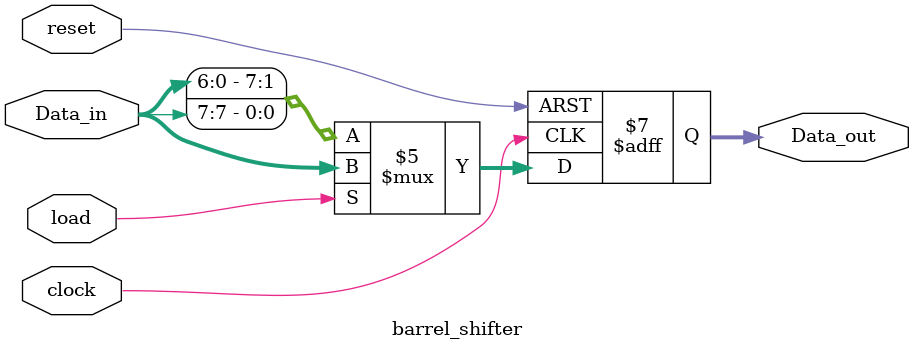
<source format=v>
module barrel_shifter(Data_out, Data_in, load, clock, reset);
output reg [7:0] Data_out;
input [7:0] Data_in;
input load, clock, reset;

always @ (posedge reset or posedge clock)
if (reset == 1'b1) Data_out <= 8'b0000_0000;
else if (load == 1'b1) Data_out <= Data_in;
else Data_out = {Data_in[6:0], Data_in[7]};
endmodule
</source>
